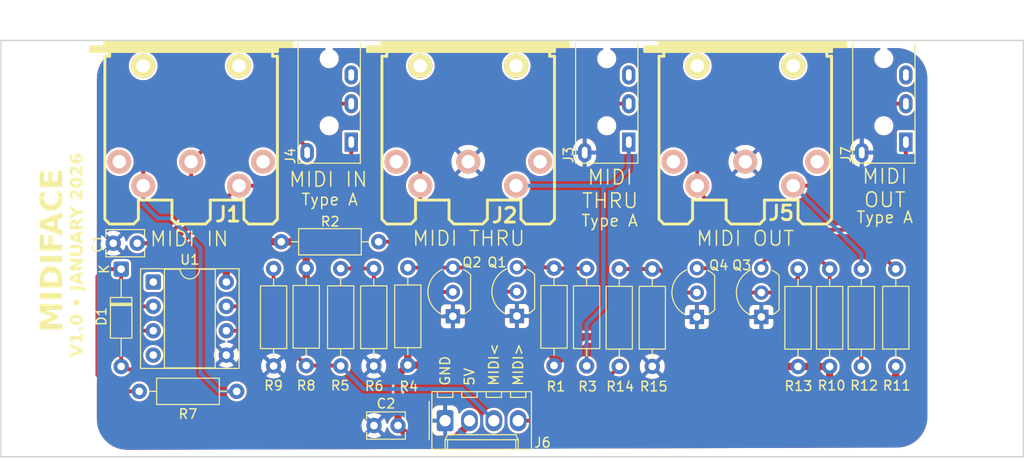
<source format=kicad_pcb>
(kicad_pcb (version 20241229) (generator "pcbnew") (generator_version "9.0")
  (layers (0 "F.Cu" signal) (2 "B.Cu" signal) (13 "F.Paste" user) (15 "B.Paste" user) (5 "F.SilkS" user "F.Silkscreen") (7 "B.SilkS" user "B.Silkscreen") (1 "F.Mask" user) (3 "B.Mask" user) (25 "Edge.Cuts" user))
  (net 0 "")
  (net 1 "GNDREF")
  (net 2 "Net-(C1-Pad2)")
  (net 3 "Net-(U1-C2)")
  (net 4 "Net-(U1-C1)")
  (net 8 "VCC")
  (net 10 "Net-(J1-Pad4)")
  (net 13 "Net-(J2-Pad4)")
  (net 15 "Net-(J2-Pad5)")
  (net 17 "Net-(J6-Pin_4)")
  (net 18 "Net-(J5-Pad5)")
  (net 19 "Net-(J6-Pin_3)")
  (net 20 "Net-(J5-Pad4)")
  (net 22 "Net-(Q1-C)")
  (net 23 "Net-(Q1-B)")
  (net 24 "Net-(Q2-B)")
  (net 25 "Net-(Q3-B)")
  (net 26 "Net-(Q3-C)")
  (net 27 "Net-(Q4-B)")
  (net 28 "Net-(U1-VO1)")
  (footprint "Resistor_THT:R_Axial_DIN0207_L6.3mm_D2.5mm_P10.16mm_Horizontal" (layer "F.Cu") (at 133.911 130.521 -90)
    (property "Reference" "R1" (at 12.35 -0.2 180) (layer "F.SilkS"))
    (property "Value" "1K")
    (pad "1" thru_hole circle (at 0 0 270) (size 1.6 1.6) (drill 0.8) (layers "*.Cu" "*.Mask") (net 22 "Net-(Q1-C)"))
    (pad "2" thru_hole circle (at 10.16 0 270) (size 1.6 1.6) (drill 0.8) (layers "*.Cu" "*.Mask") (net 8 "VCC"))
  )
  (footprint "Capacitor_THT:C_Disc_D3.8mm_W2.6mm_P2.50mm" (layer "F.Cu") (at 87.936 127.921)
    (property "Reference" "C1" (at -1.65 0.025 90) (layer "F.SilkS"))
    (property "Value" "100nF")
    (pad "1" thru_hole circle (at 0 0) (size 1.6 1.6) (drill 0.8) (layers "*.Cu" "*.Mask") (net 1 "GNDREF"))
    (pad "2" thru_hole circle (at 2.5 0) (size 1.6 1.6) (drill 0.8) (layers "*.Cu" "*.Mask") (net 2 "Net-(C1-Pad2)"))
  )
  (footprint "Capacitor_THT:C_Disc_D3.8mm_W2.6mm_P2.50mm" (layer "F.Cu") (at 115.136 146.939)
    (property "Reference" "C2" (at 1.25 -2.286 0) (layer "F.SilkS"))
    (property "Value" "100nF")
    (pad "1" thru_hole circle (at 0 0) (size 1.6 1.6) (drill 0.8) (layers "*.Cu" "*.Mask") (net 1 "GNDREF"))
    (pad "2" thru_hole circle (at 2.5 0) (size 1.6 1.6) (drill 0.8) (layers "*.Cu" "*.Mask") (net 8 "VCC"))
  )
  (footprint "Diode_THT:D_DO-35_SOD27_P10.16mm_Horizontal" (layer "F.Cu") (at 88.761 130.621 -90)
    (property "Reference" "D1" (at 4.95 2.05 90) (layer "F.SilkS"))
    (property "Value" "1N4148")
    (fp_text user "K" (at 0 1.766 270) (layer "F.SilkS"))
    (pad "1" thru_hole roundrect (at 0 0 270) (size 1.6 1.6) (drill 0.8) (layers "*.Cu" "*.Mask") (roundrect_rratio 0.15625) (net 4 "Net-(U1-C1)"))
    (pad "2" thru_hole circle (at 10.16 0 270) (size 1.6 1.6) (drill 0.8) (layers "*.Cu" "*.Mask") (net 3 "Net-(U1-C2)"))
  )
  (footprint "footprints:DIN5" (layer "F.Cu") (at 96.061 116.421 180)
    (property "Reference" "J1" (at -3.85 -8.5 0) (layer "F.SilkS") (effects (font (size 1.524 1.524) (thickness 0.3048))))
    (property "Value" "PSG03463" (hide yes))
    (pad "" np_thru_hole circle (at -5.00126 6.9977 180) (size 2.49936 2.49936) (drill 1.397) (layers "*.Cu" "*.Mask" "F.SilkS"))
    (pad "" np_thru_hole circle (at 5.00126 6.9977 180) (size 2.49936 2.49936) (drill 1.397) (layers "*.Cu" "*.Mask" "F.SilkS"))
    (pad "1" thru_hole circle (at 7.49808 -2.9972 180) (size 2.49936 2.49936) (drill 1.397) (layers "*.Cu" "*.SilkS" "*.Mask"))
    (pad "2" thru_hole circle (at 0 -2.99974 180) (size 2.49936 2.49936) (drill 1.397) (layers "*.Cu" "*.SilkS" "*.Mask") (net 2 "Net-(C1-Pad2)"))
    (pad "3" thru_hole circle (at -7.49808 -2.9972 180) (size 2.49936 2.49936) (drill 1.397) (layers "*.Cu" "*.SilkS" "*.Mask"))
    (pad "4" thru_hole circle (at 4.99618 -5.4991 180) (size 2.49936 2.49936) (drill 1.397) (layers "*.Cu" "*.SilkS" "*.Mask") (net 10 "Net-(J1-Pad4)"))
    (pad "5" thru_hole circle (at -4.99618 -5.4991 180) (size 2.49936 2.49936) (drill 1.397) (layers "*.Cu" "*.SilkS" "*.Mask") (net 3 "Net-(U1-C2)"))
  )
  (footprint "footprints:PJ320A" (layer "F.Cu") (at 136.661 117.371)
    (property "Reference" "J3" (at -1.25 1.35 90) (layer "F.SilkS"))
    (property "Value" "AudioJack4")
    (pad "" np_thru_hole circle (at 2.75 -8.7 270) (size 1.5 1.5) (drill 1.5) (layers "*.Cu" "*.Mask"))
    (pad "" np_thru_hole circle (at 2.75 -1.7 270) (size 1.5 1.5) (drill 1.5) (layers "*.Cu" "*.Mask"))
    (pad "R1" thru_hole oval (at 5.05 -4 270) (size 2 1.4) (drill oval 1.2 0.6) (layers "*.Cu" "*.Mask") (net 13 "Net-(J2-Pad4)"))
    (pad "R2" thru_hole oval (at 5.05 -7 270) (size 2 1.4) (drill oval 1.2 0.6) (layers "*.Cu" "*.Mask"))
    (pad "S" thru_hole oval (at 0.45 1.1 270) (size 2 1.4) (drill oval 1.2 0.6) (layers "*.Cu" "*.Mask") (net 1 "GNDREF"))
    (pad "T" thru_hole rect (at 5.05 0 270) (size 2 1.4) (drill oval 1.2 0.6) (layers "*.Cu" "*.Mask") (net 15 "Net-(J2-Pad5)"))
  )
  (footprint "footprints:PJ320A" (layer "F.Cu") (at 107.711 117.371)
    (property "Reference" "J4" (at -1.3 1.45 90) (layer "F.SilkS"))
    (property "Value" "AudioJack4")
    (pad "" np_thru_hole circle (at 2.75 -8.7 270) (size 1.5 1.5) (drill 1.5) (layers "*.Cu" "*.Mask"))
    (pad "" np_thru_hole circle (at 2.75 -1.7 270) (size 1.5 1.5) (drill 1.5) (layers "*.Cu" "*.Mask"))
    (pad "R1" thru_hole oval (at 5.05 -4 270) (size 2 1.4) (drill oval 1.2 0.6) (layers "*.Cu" "*.Mask") (net 10 "Net-(J1-Pad4)"))
    (pad "R2" thru_hole oval (at 5.05 -7 270) (size 2 1.4) (drill oval 1.2 0.6) (layers "*.Cu" "*.Mask"))
    (pad "S" thru_hole oval (at 0.45 1.1 270) (size 2 1.4) (drill oval 1.2 0.6) (layers "*.Cu" "*.Mask") (net 2 "Net-(C1-Pad2)"))
    (pad "T" thru_hole rect (at 5.05 0 270) (size 2 1.4) (drill oval 1.2 0.6) (layers "*.Cu" "*.Mask") (net 3 "Net-(U1-C2)"))
  )
  (footprint "footprints:DIN5" (layer "F.Cu") (at 153.861 116.421 180)
    (property "Reference" "J5" (at -3.75 -8.35 0) (layer "F.SilkS") (effects (font (size 1.524 1.524) (thickness 0.3048))))
    (property "Value" "PSG03463" (hide yes))
    (pad "" np_thru_hole circle (at -5.00126 6.9977 180) (size 2.49936 2.49936) (drill 1.397) (layers "*.Cu" "*.Mask" "F.SilkS"))
    (pad "" np_thru_hole circle (at 5.00126 6.9977 180) (size 2.49936 2.49936) (drill 1.397) (layers "*.Cu" "*.Mask" "F.SilkS"))
    (pad "1" thru_hole circle (at 7.49808 -2.9972 180) (size 2.49936 2.49936) (drill 1.397) (layers "*.Cu" "*.SilkS" "*.Mask"))
    (pad "2" thru_hole circle (at 0 -2.99974 180) (size 2.49936 2.49936) (drill 1.397) (layers "*.Cu" "*.SilkS" "*.Mask") (net 1 "GNDREF"))
    (pad "3" thru_hole circle (at -7.49808 -2.9972 180) (size 2.49936 2.49936) (drill 1.397) (layers "*.Cu" "*.SilkS" "*.Mask"))
    (pad "4" thru_hole circle (at 4.99618 -5.4991 180) (size 2.49936 2.49936) (drill 1.397) (layers "*.Cu" "*.SilkS" "*.Mask") (net 20 "Net-(J5-Pad4)"))
    (pad "5" thru_hole circle (at -4.99618 -5.4991 180) (size 2.49936 2.49936) (drill 1.397) (layers "*.Cu" "*.SilkS" "*.Mask") (net 18 "Net-(J5-Pad5)"))
  )
  (footprint "footprints:PJ320A" (layer "F.Cu") (at 165.561 117.371)
    (property "Reference" "J7" (at -1.2 1.3 90) (layer "F.SilkS"))
    (property "Value" "AudioJack4")
    (pad "" np_thru_hole circle (at 2.75 -8.7 270) (size 1.5 1.5) (drill 1.5) (layers "*.Cu" "*.Mask"))
    (pad "" np_thru_hole circle (at 2.75 -1.7 270) (size 1.5 1.5) (drill 1.5) (layers "*.Cu" "*.Mask"))
    (pad "R1" thru_hole oval (at 5.05 -4 270) (size 2 1.4) (drill oval 1.2 0.6) (layers "*.Cu" "*.Mask") (net 20 "Net-(J5-Pad4)"))
    (pad "R2" thru_hole oval (at 5.05 -7 270) (size 2 1.4) (drill oval 1.2 0.6) (layers "*.Cu" "*.Mask"))
    (pad "S" thru_hole oval (at 0.45 1.1 270) (size 2 1.4) (drill oval 1.2 0.6) (layers "*.Cu" "*.Mask") (net 1 "GNDREF"))
    (pad "T" thru_hole rect (at 5.05 0 270) (size 2 1.4) (drill oval 1.2 0.6) (layers "*.Cu" "*.Mask") (net 18 "Net-(J5-Pad5)"))
  )
  (footprint "Package_TO_SOT_THT:TO-92_Inline_Wide" (layer "F.Cu") (at 130.036 135.511 90)
    (property "Reference" "Q1" (at 5.59 -2.075 180) (layer "F.SilkS"))
    (property "Value" "2N3904")
    (pad "1" thru_hole rect (at 0 0 90) (size 1.5 1.5) (drill 0.8) (layers "*.Cu" "*.Mask") (net 1 "GNDREF"))
    (pad "2" thru_hole circle (at 2.54 0 90) (size 1.5 1.5) (drill 0.8) (layers "*.Cu" "*.Mask") (net 23 "Net-(Q1-B)"))
    (pad "3" thru_hole circle (at 5.08 0 90) (size 1.5 1.5) (drill 0.8) (layers "*.Cu" "*.Mask") (net 22 "Net-(Q1-C)"))
  )
  (footprint "Package_TO_SOT_THT:TO-92_Inline_Wide" (layer "F.Cu") (at 155.536 135.611 90)
    (property "Reference" "Q3" (at 5.39 -2.05 180) (layer "F.SilkS"))
    (property "Value" "2N3904")
    (pad "1" thru_hole rect (at 0 0 90) (size 1.5 1.5) (drill 0.8) (layers "*.Cu" "*.Mask") (net 1 "GNDREF"))
    (pad "2" thru_hole circle (at 2.54 0 90) (size 1.5 1.5) (drill 0.8) (layers "*.Cu" "*.Mask") (net 25 "Net-(Q3-B)"))
    (pad "3" thru_hole circle (at 5.08 0 90) (size 1.5 1.5) (drill 0.8) (layers "*.Cu" "*.Mask") (net 26 "Net-(Q3-C)"))
  )
  (footprint "Package_TO_SOT_THT:TO-92_Inline_Wide" (layer "F.Cu") (at 148.811 135.611 90)
    (property "Reference" "Q4" (at 5.39 2.275 180) (layer "F.SilkS"))
    (property "Value" "2N3904")
    (pad "1" thru_hole rect (at 0 0 90) (size 1.5 1.5) (drill 0.8) (layers "*.Cu" "*.Mask") (net 1 "GNDREF"))
    (pad "2" thru_hole circle (at 2.54 0 90) (size 1.5 1.5) (drill 0.8) (layers "*.Cu" "*.Mask") (net 27 "Net-(Q4-B)"))
    (pad "3" thru_hole circle (at 5.08 0 90) (size 1.5 1.5) (drill 0.8) (layers "*.Cu" "*.Mask") (net 25 "Net-(Q3-B)"))
  )
  (footprint "Resistor_THT:R_Axial_DIN0207_L6.3mm_D2.5mm_P10.16mm_Horizontal" (layer "F.Cu") (at 105.461 127.771)
    (property "Reference" "R2" (at 5.1 -2.1 0) (layer "F.SilkS"))
    (property "Value" "220r")
    (pad "1" thru_hole circle (at 0 0) (size 1.6 1.6) (drill 0.8) (layers "*.Cu" "*.Mask") (net 8 "VCC"))
    (pad "2" thru_hole circle (at 10.16 0) (size 1.6 1.6) (drill 0.8) (layers "*.Cu" "*.Mask") (net 13 "Net-(J2-Pad4)"))
  )
  (footprint "Resistor_THT:R_Axial_DIN0207_L6.3mm_D2.5mm_P10.16mm_Horizontal" (layer "F.Cu") (at 137.311 140.721 90)
    (property "Reference" "R3" (at -2.15 0.1 180) (layer "F.SilkS"))
    (property "Value" "220r")
    (pad "1" thru_hole circle (at 0 0 90) (size 1.6 1.6) (drill 0.8) (layers "*.Cu" "*.Mask") (net 15 "Net-(J2-Pad5)"))
    (pad "2" thru_hole circle (at 10.16 0 90) (size 1.6 1.6) (drill 0.8) (layers "*.Cu" "*.Mask") (net 22 "Net-(Q1-C)"))
  )
  (footprint "Resistor_THT:R_Axial_DIN0207_L6.3mm_D2.5mm_P10.16mm_Horizontal" (layer "F.Cu") (at 118.661 130.471 -90)
    (property "Reference" "R4" (at 12.4 -0.1 0) (layer "F.SilkS"))
    (property "Value" "4K7")
    (pad "1" thru_hole circle (at 0 0 270) (size 1.6 1.6) (drill 0.8) (layers "*.Cu" "*.Mask") (net 23 "Net-(Q1-B)"))
    (pad "2" thru_hole circle (at 10.16 0 270) (size 1.6 1.6) (drill 0.8) (layers "*.Cu" "*.Mask") (net 8 "VCC"))
  )
  (footprint "Resistor_THT:R_Axial_DIN0207_L6.3mm_D2.5mm_P10.16mm_Horizontal" (layer "F.Cu") (at 111.661 140.721 90)
    (property "Reference" "R5" (at -2.05 -0.05 180) (layer "F.SilkS"))
    (property "Value" "4K7")
    (pad "1" thru_hole circle (at 0 0 90) (size 1.6 1.6) (drill 0.8) (layers "*.Cu" "*.Mask") (net 19 "Net-(J6-Pin_3)"))
    (pad "2" thru_hole circle (at 10.16 0 90) (size 1.6 1.6) (drill 0.8) (layers "*.Cu" "*.Mask") (net 24 "Net-(Q2-B)"))
  )
  (footprint "Resistor_THT:R_Axial_DIN0207_L6.3mm_D2.5mm_P10.16mm_Horizontal" (layer "F.Cu") (at 115.111 140.721 90)
    (property "Reference" "R6" (at -2.1 0.05 180) (layer "F.SilkS"))
    (property "Value" "100K")
    (pad "1" thru_hole circle (at 0 0 90) (size 1.6 1.6) (drill 0.8) (layers "*.Cu" "*.Mask") (net 1 "GNDREF"))
    (pad "2" thru_hole circle (at 10.16 0 90) (size 1.6 1.6) (drill 0.8) (layers "*.Cu" "*.Mask") (net 24 "Net-(Q2-B)"))
  )
  (footprint "Resistor_THT:R_Axial_DIN0207_L6.3mm_D2.5mm_P10.16mm_Horizontal" (layer "F.Cu") (at 100.811 143.371 180)
    (property "Reference" "R7" (at 5.08 -2.37 0) (layer "F.SilkS"))
    (property "Value" "220r")
    (pad "1" thru_hole circle (at 0 0 180) (size 1.6 1.6) (drill 0.8) (layers "*.Cu" "*.Mask") (net 10 "Net-(J1-Pad4)"))
    (pad "2" thru_hole circle (at 10.16 0 180) (size 1.6 1.6) (drill 0.8) (layers "*.Cu" "*.Mask") (net 4 "Net-(U1-C1)"))
  )
  (footprint "Resistor_THT:R_Axial_DIN0207_L6.3mm_D2.5mm_P10.16mm_Horizontal" (layer "F.Cu") (at 108.061 130.521 -90)
    (property "Reference" "R8" (at 12.25 0 180) (layer "F.SilkS"))
    (property "Value" "220r")
    (pad "1" thru_hole circle (at 0 0 270) (size 1.6 1.6) (drill 0.8) (layers "*.Cu" "*.Mask") (net 8 "VCC"))
    (pad "2" thru_hole circle (at 10.16 0 270) (size 1.6 1.6) (drill 0.8) (layers "*.Cu" "*.Mask") (net 19 "Net-(J6-Pin_3)"))
  )
  (footprint "Resistor_THT:R_Axial_DIN0207_L6.3mm_D2.5mm_P10.16mm_Horizontal" (layer "F.Cu") (at 104.661 140.721 90)
    (property "Reference" "R9" (at -2.05 0 180) (layer "F.SilkS"))
    (property "Value" "4K7")
    (pad "1" thru_hole circle (at 0 0 90) (size 1.6 1.6) (drill 0.8) (layers "*.Cu" "*.Mask") (net 1 "GNDREF"))
    (pad "2" thru_hole circle (at 10.16 0 90) (size 1.6 1.6) (drill 0.8) (layers "*.Cu" "*.Mask") (net 28 "Net-(U1-VO1)"))
  )
  (footprint "Resistor_THT:R_Axial_DIN0207_L6.3mm_D2.5mm_P10.16mm_Horizontal" (layer "F.Cu") (at 162.661 130.621 -90)
    (property "Reference" "R10" (at 12.15 -0.2 180) (layer "F.SilkS"))
    (property "Value" "1K")
    (pad "1" thru_hole circle (at 0 0 270) (size 1.6 1.6) (drill 0.8) (layers "*.Cu" "*.Mask") (net 26 "Net-(Q3-C)"))
    (pad "2" thru_hole circle (at 10.16 0 270) (size 1.6 1.6) (drill 0.8) (layers "*.Cu" "*.Mask") (net 8 "VCC"))
  )
  (footprint "Resistor_THT:R_Axial_DIN0207_L6.3mm_D2.5mm_P10.16mm_Horizontal" (layer "F.Cu") (at 169.561 140.771 90)
    (property "Reference" "R11" (at -2 0.1 180) (layer "F.SilkS"))
    (property "Value" "220r")
    (pad "1" thru_hole circle (at 0 0 90) (size 1.6 1.6) (drill 0.8) (layers "*.Cu" "*.Mask") (net 8 "VCC"))
    (pad "2" thru_hole circle (at 10.16 0 90) (size 1.6 1.6) (drill 0.8) (layers "*.Cu" "*.Mask") (net 20 "Net-(J5-Pad4)"))
  )
  (footprint "Resistor_THT:R_Axial_DIN0207_L6.3mm_D2.5mm_P10.16mm_Horizontal" (layer "F.Cu") (at 165.961 130.621 -90)
    (property "Reference" "R12" (at 12.15 -0.3 180) (layer "F.SilkS"))
    (property "Value" "220r")
    (pad "1" thru_hole circle (at 0 0 270) (size 1.6 1.6) (drill 0.8) (layers "*.Cu" "*.Mask") (net 18 "Net-(J5-Pad5)"))
    (pad "2" thru_hole circle (at 10.16 0 270) (size 1.6 1.6) (drill 0.8) (layers "*.Cu" "*.Mask") (net 26 "Net-(Q3-C)"))
  )
  (footprint "Resistor_THT:R_Axial_DIN0207_L6.3mm_D2.5mm_P10.16mm_Horizontal" (layer "F.Cu") (at 159.361 130.621 -90)
    (property "Reference" "R13" (at 12.2 -0.05 180) (layer "F.SilkS"))
    (property "Value" "4K7")
    (pad "1" thru_hole circle (at 0 0 270) (size 1.6 1.6) (drill 0.8) (layers "*.Cu" "*.Mask") (net 25 "Net-(Q3-B)"))
    (pad "2" thru_hole circle (at 10.16 0 270) (size 1.6 1.6) (drill 0.8) (layers "*.Cu" "*.Mask") (net 8 "VCC"))
  )
  (footprint "Resistor_THT:R_Axial_DIN0207_L6.3mm_D2.5mm_P10.16mm_Horizontal" (layer "F.Cu") (at 140.711 140.771 90)
    (property "Reference" "R14" (at -2.1 0.1 180) (layer "F.SilkS"))
    (property "Value" "4K7")
    (pad "1" thru_hole circle (at 0 0 90) (size 1.6 1.6) (drill 0.8) (layers "*.Cu" "*.Mask") (net 17 "Net-(J6-Pin_4)"))
    (pad "2" thru_hole circle (at 10.16 0 90) (size 1.6 1.6) (drill 0.8) (layers "*.Cu" "*.Mask") (net 27 "Net-(Q4-B)"))
  )
  (footprint "Resistor_THT:R_Axial_DIN0207_L6.3mm_D2.5mm_P10.16mm_Horizontal" (layer "F.Cu") (at 144.161 140.771 90)
    (property "Reference" "R15" (at -2.1 0.15 180) (layer "F.SilkS"))
    (property "Value" "100K")
    (pad "1" thru_hole circle (at 0 0 90) (size 1.6 1.6) (drill 0.8) (layers "*.Cu" "*.Mask") (net 1 "GNDREF"))
    (pad "2" thru_hole circle (at 10.16 0 90) (size 1.6 1.6) (drill 0.8) (layers "*.Cu" "*.Mask") (net 27 "Net-(Q4-B)"))
  )
  (footprint "Package_DIP:DIP-8_W7.62mm_Socket" (layer "F.Cu") (at 92.111 131.971)
    (property "Reference" "U1" (at 3.81 -2.33 0) (layer "F.SilkS"))
    (property "Value" "6N138")
    (pad "1" thru_hole roundrect (at 0 0) (size 1.6 1.6) (drill 0.8) (layers "*.Cu" "*.Mask") (roundrect_rratio 0.15625))
    (pad "2" thru_hole circle (at 0 2.54) (size 1.6 1.6) (drill 0.8) (layers "*.Cu" "*.Mask") (net 4 "Net-(U1-C1)"))
    (pad "3" thru_hole circle (at 0 5.08) (size 1.6 1.6) (drill 0.8) (layers "*.Cu" "*.Mask") (net 3 "Net-(U1-C2)"))
    (pad "4" thru_hole circle (at 0 7.62) (size 1.6 1.6) (drill 0.8) (layers "*.Cu" "*.Mask"))
    (pad "5" thru_hole circle (at 7.62 7.62) (size 1.6 1.6) (drill 0.8) (layers "*.Cu" "*.Mask") (net 1 "GNDREF"))
    (pad "6" thru_hole circle (at 7.62 5.08) (size 1.6 1.6) (drill 0.8) (layers "*.Cu" "*.Mask") (net 19 "Net-(J6-Pin_3)"))
    (pad "7" thru_hole circle (at 7.62 2.54) (size 1.6 1.6) (drill 0.8) (layers "*.Cu" "*.Mask") (net 28 "Net-(U1-VO1)"))
    (pad "8" thru_hole circle (at 7.62 0) (size 1.6 1.6) (drill 0.8) (layers "*.Cu" "*.Mask") (net 8 "VCC"))
  )
  (footprint "footprints:DIN5" (layer "F.Cu") (at 124.961 116.421 180)
    (property "Reference" "J2" (at -3.8 -8.6 0) (layer "F.SilkS") (effects (font (size 1.524 1.524) (thickness 0.3048))))
    (property "Value" "PSG03463" (hide yes))
    (pad "" np_thru_hole circle (at -5.00126 6.9977 180) (size 2.49936 2.49936) (drill 1.397) (layers "*.Cu" "*.Mask" "F.SilkS"))
    (pad "" np_thru_hole circle (at 5.00126 6.9977 180) (size 2.49936 2.49936) (drill 1.397) (layers "*.Cu" "*.Mask" "F.SilkS"))
    (pad "1" thru_hole circle (at 7.49808 -2.9972 180) (size 2.49936 2.49936) (drill 1.397) (layers "*.Cu" "*.SilkS" "*.Mask"))
    (pad "2" thru_hole circle (at 0 -2.99974 180) (size 2.49936 2.49936) (drill 1.397) (layers "*.Cu" "*.SilkS" "*.Mask") (net 1 "GNDREF"))
    (pad "3" thru_hole circle (at -7.49808 -2.9972 180) (size 2.49936 2.49936) (drill 1.397) (layers "*.Cu" "*.SilkS" "*.Mask"))
    (pad "4" thru_hole circle (at 4.99618 -5.4991 180) (size 2.49936 2.49936) (drill 1.397) (layers "*.Cu" "*.SilkS" "*.Mask") (net 13 "Net-(J2-Pad4)"))
    (pad "5" thru_hole circle (at -4.99618 -5.4991 180) (size 2.49936 2.49936) (drill 1.397) (layers "*.Cu" "*.SilkS" "*.Mask") (net 15 "Net-(J2-Pad5)"))
  )
  (footprint "Connector_Molex:Molex_KK-254_AE-6410-04A_1x04_P2.54mm_Vertical" (layer "F.Cu") (at 122.555 146.431)
    (property "Reference" "J6" (at 10.16 2.286 0) (layer "F.SilkS"))
    (property "Value" "Conn_01x04")
    (pad "1" thru_hole roundrect (at 0 0) (size 1.74 2.19) (drill 1.19) (layers "*.Cu" "*.Mask") (roundrect_rratio 0.143678) (net 1 "GNDREF"))
    (pad "2" thru_hole oval (at 2.54 0) (size 1.74 2.19) (drill 1.19) (layers "*.Cu" "*.Mask") (net 8 "VCC"))
    (pad "3" thru_hole oval (at 5.08 0) (size 1.74 2.19) (drill 1.19) (layers "*.Cu" "*.Mask") (net 19 "Net-(J6-Pin_3)"))
    (pad "4" thru_hole oval (at 7.62 0) (size 1.74 2.19) (drill 1.19) (layers "*.Cu" "*.Mask") (net 17 "Net-(J6-Pin_4)"))
  )
  (footprint "Package_TO_SOT_THT:TO-92_Inline_Wide" (layer "F.Cu") (at 123.361 135.546 90)
    (property "Reference" "Q2" (at 5.625 1.988 180) (layer "F.SilkS"))
    (property "Value" "2N3904")
    (pad "1" thru_hole rect (at 0 0 90) (size 1.5 1.5) (drill 0.8) (layers "*.Cu" "*.Mask") (net 1 "GNDREF"))
    (pad "2" thru_hole circle (at 2.54 0 90) (size 1.5 1.5) (drill 0.8) (layers "*.Cu" "*.Mask") (net 24 "Net-(Q2-B)"))
    (pad "3" thru_hole circle (at 5.08 0 90) (size 1.5 1.5) (drill 0.8) (layers "*.Cu" "*.Mask") (net 23 "Net-(Q1-B)"))
  )
  (footprint "MountingHole:MountingHole_3.5mm" (layer "F.Cu") (at 177.8 111.76)
    (property "Reference" "H1" (hide yes))
    (property "Value" "MountingHole")
    (pad "" np_thru_hole circle (at 0 0) (size 3.5 3.5) (drill 3.5) (layers "*.Cu" "*.Mask"))
  )
  (footprint "MountingHole:MountingHole_3.5mm" (layer "F.Cu") (at 177.8 146.05)
    (property "Reference" "H2" (hide yes))
    (property "Value" "MountingHole")
    (pad "" np_thru_hole circle (at 0 0) (size 3.5 3.5) (drill 3.5) (layers "*.Cu" "*.Mask"))
  )
  (footprint "MountingHole:MountingHole_3.5mm" (layer "F.Cu") (at 81.28 111.76)
    (property "Reference" "H4" (hide yes))
    (property "Value" "MountingHole")
    (pad "" np_thru_hole circle (at 0 0) (size 3.5 3.5) (drill 3.5) (layers "*.Cu" "*.Mask"))
  )
  (footprint "MountingHole:MountingHole_3.5mm" (layer "F.Cu") (at 81.28 146.05)
    (property "Reference" "H3" (hide yes))
    (property "Value" "MountingHole")
    (pad "" np_thru_hole circle (at 0 0) (size 3.5 3.5) (drill 3.5) (layers "*.Cu" "*.Mask"))
  )
  (gr_line (start 182.88 150.2) (end 76.2 150.2) (stroke (width 0.15)) (layer "Edge.Cuts"))
  (gr_line (start 76.2 106.771) (end 182.88 106.771) (stroke (width 0.15)) (layer "Edge.Cuts"))
  (gr_line (start 182.88 106.771) (end 182.88 150.2) (stroke (width 0.15)) (layer "Edge.Cuts"))
  (gr_line (start 76.2 150.2) (end 76.2 106.771) (stroke (width 0.15)) (layer "Edge.Cuts"))
  (gr_text "MIDI IN" (at 95.861 127.471 0) (layer "F.SilkS") (effects (font (size 1.524 1.524))))
  (gr_text "MIDI IN" (at 110.361 121.271 0) (layer "F.SilkS") (effects (font (size 1.524 1.524))))
  (gr_text "Type A" (at 110.511 123.371 0) (layer "F.SilkS") (effects (font (size 1.2 1.2))))
  (gr_text "MIDI THRU" (at 125.011 127.421 0) (layer "F.SilkS") (effects (font (size 1.524 1.524))))
  (gr_text " MIDI \nTHRU" (at 139.761 122.271 0) (layer "F.SilkS") (effects (font (size 1.524 1.524))))
  (gr_text "Type A" (at 139.711 125.571 0) (layer "F.SilkS") (effects (font (size 1.2 1.2))))
  (gr_text "MIDI OUT" (at 153.861 127.421 0) (layer "F.SilkS") (effects (font (size 1.524 1.524))))
  (gr_text " MIDI \nOUT" (at 168.411 122.171 0) (layer "F.SilkS") (effects (font (size 1.524 1.524))))
  (gr_text "Type A" (at 168.411 125.221 0) (layer "F.SilkS") (effects (font (size 1.2 1.2))))
  (gr_text "MIDI>" (at 130.175 142.875 90) (layer "F.SilkS") (effects (font (size 1.016 1.016)) (justify left)))
  (gr_text "GND" (at 122.555 142.875 90) (layer "F.SilkS") (effects (font (size 1.016 1.016)) (justify left)))
  (gr_text "5V" (at 125.095 142.875 90) (layer "F.SilkS") (effects (font (size 1.016 1.016)) (justify left)))
  (gr_text "MIDI<" (at 127.635 142.875 90) (layer "F.SilkS") (effects (font (size 1.016 1.016)) (justify left)))
  (gr_text "MIDIFACE	" (at 81.661 128.651 90) (layer "F.SilkS") (effects (font (size 2.286 2.286) (thickness 0.3) (bold yes))))
  (gr_text "V1.0 • JANUARY 2026" (at 84.201 129.159 90) (layer "F.SilkS") (effects (font (size 1.27 1.27) (thickness 0.3) (bold yes))))
  (segment (start 90.436 127.921) (end 92.861 127.921) (width 0.4064) (layer "F.Cu") (net 2))
  (segment (start 106.411 116.221) (end 99.26074 116.221) (width 0.4064) (layer "F.Cu") (net 2))
  (segment (start 96.061 124.721) (end 96.061 119.42074) (width 0.4064) (layer "F.Cu") (net 2))
  (segment (start 108.161 118.471) (end 108.161 117.971) (width 0.4064) (layer "F.Cu") (net 2))
  (segment (start 108.161 117.971) (end 106.411 116.221) (width 0.4064) (layer "F.Cu") (net 2))
  (segment (start 92.861 127.921) (end 96.061 124.721) (width 0.4064) (layer "F.Cu") (net 2))
  (segment (start 99.26074 116.221) (end 96.061 119.42074) (width 0.4064) (layer "F.Cu") (net 2))
  (segment (start 92.111 137.051) (end 89.881 137.051) (width 0.4064) (layer "F.Cu") (net 3))
  (segment (start 95.286 139.921) (end 95.286 127.69128) (width 0.4064) (layer "F.Cu") (net 3))
  (segment (start 101.05718 121.9201) (end 111.1369 121.9201) (width 0.4064) (layer "F.Cu") (net 3))
  (segment (start 88.936 141.071) (end 94.136 141.071) (width 0.4064) (layer "F.Cu") (net 3))
  (segment (start 94.136 141.071) (end 95.286 139.921) (width 0.4064) (layer "F.Cu") (net 3))
  (segment (start 95.286 127.69128) (end 101.05718 121.9201) (width 0.4064) (layer "F.Cu") (net 3))
  (segment (start 112.761 120.296) (end 112.761 117.371) (width 0.4064) (layer "F.Cu") (net 3))
  (segment (start 88.761 140.896) (end 88.936 141.071) (width 0.4064) (layer "F.Cu") (net 3))
  (segment (start 88.761 140.781) (end 88.761 140.896) (width 0.4064) (layer "F.Cu") (net 3))
  (segment (start 89.881 137.051) (end 88.761 138.171) (width 0.4064) (layer "F.Cu") (net 3))
  (segment (start 88.761 138.171) (end 88.761 140.781) (width 0.4064) (layer "F.Cu") (net 3))
  (segment (start 111.1369 121.9201) (end 112.761 120.296) (width 0.4064) (layer "F.Cu") (net 3))
  (segment (start 86.286 141.646) (end 86.286 131.396) (width 0.4064) (layer "F.Cu") (net 4))
  (segment (start 90.251 134.511) (end 92.111 134.511) (width 0.4064) (layer "F.Cu") (net 4))
  (segment (start 88.761 130.621) (end 88.761 133.021) (width 0.4064) (layer "F.Cu") (net 4))
  (segment (start 88.011 143.371) (end 86.286 141.646) (width 0.4064) (layer "F.Cu") (net 4))
  (segment (start 88.761 133.021) (end 90.251 134.511) (width 0.4064) (layer "F.Cu") (net 4))
  (segment (start 87.061 130.621) (end 88.761 130.621) (width 0.4064) (layer "F.Cu") (net 4))
  (segment (start 86.286 131.396) (end 87.061 130.621) (width 0.4064) (layer "F.Cu") (net 4))
  (segment (start 90.651 143.371) (end 88.011 143.371) (width 0.4064) (layer "F.Cu") (net 4))
  (segment (start 167.861 143.521) (end 169.561 141.821) (width 0.762) (layer "F.Cu") (net 8))
  (segment (start 145.861 137.671) (end 136.921 137.671) (width 0.762) (layer "F.Cu") (net 8))
  (segment (start 159.361 140.781) (end 156.821 140.781) (width 0.762) (layer "F.Cu") (net 8))
  (segment (start 118.661 137.796) (end 115.461 134.596) (width 0.762) (layer "F.Cu") (net 8))
  (segment (start 153.136 137.671) (end 145.861 137.671) (width 0.762) (layer "F.Cu") (net 8))
  (segment (start 169.561 141.821) (end 169.561 140.771) (width 0.762) (layer "F.Cu") (net 8))
  (segment (start 107.386 127.771) (end 105.461 127.771) (width 0.762) (layer "F.Cu") (net 8))
  (segment (start 110.586 134.596) (end 108.061 132.071) (width 0.762) (layer "F.Cu") (net 8))
  (segment (start 156.821 140.781) (end 153.711 137.671) (width 0.762) (layer "F.Cu") (net 8))
  (segment (start 117.636 141.656) (end 118.661 140.631) (width 0.762) (layer "F.Cu") (net 8))
  (segment (start 115.461 134.596) (end 110.586 134.596) (width 0.762) (layer "F.Cu") (net 8))
  (segment (start 121.126 140.631) (end 118.661 140.631) (width 0.762) (layer "F.Cu") (net 8))
  (segment (start 132.736 138.671) (end 123.086 138.671) (width 0.762) (layer "F.Cu") (net 8))
  (segment (start 133.911 140.681) (end 133.911 139.846) (width 0.762) (layer "F.Cu") (net 8))
  (segment (start 159.361 140.781) (end 162.661 140.781) (width 0.762) (layer "F.Cu") (net 8))
  (segment (start 117.636 141.656) (end 117.636 146.939) (width 0.762) (layer "F.Cu") (net 8))
  (segment (start 108.061 130.521) (end 108.061 128.446) (width 0.762) (layer "F.Cu") (net 8))
  (segment (start 162.661 140.781) (end 162.661 142.071) (width 0.762) (layer "F.Cu") (net 8))
  (segment (start 153.711 137.671) (end 145.861 137.671) (width 0.762) (layer "F.Cu") (net 8))
  (segment (start 123.479 148.371) (end 125.095 146.755) (width 0.762) (layer "F.Cu") (net 8))
  (segment (start 153.161 137.696) (end 153.136 137.671) (width 0.762) (layer "F.Cu") (net 8))
  (segment (start 105.461 127.771) (end 101.436 127.771) (width 0.762) (layer "F.Cu") (net 8))
  (segment (start 99.731 129.476) (end 99.731 131.971) (width 0.762) (layer "F.Cu") (net 8))
  (segment (start 117.636 147.008) (end 118.999 148.371) (width 0.762) (layer "F.Cu") (net 8))
  (segment (start 123.086 138.671) (end 121.126 140.631) (width 0.762) (layer "F.Cu") (net 8))
  (segment (start 162.661 142.071) (end 164.111 143.521) (width 0.762) (layer "F.Cu") (net 8))
  (segment (start 108.061 132.071) (end 108.061 130.521) (width 0.762) (layer "F.Cu") (net 8))
  (segment (start 133.911 139.846) (end 132.736 138.671) (width 0.762) (layer "F.Cu") (net 8))
  (segment (start 118.661 140.631) (end 118.661 137.796) (width 0.762) (layer "F.Cu") (net 8))
  (segment (start 136.921 137.671) (end 133.911 140.681) (width 0.762) (layer "F.Cu") (net 8))
  (segment (start 118.999 148.371) (end 123.479 148.371) (width 0.762) (layer "F.Cu") (net 8))
  (segment (start 125.095 146.755) (end 125.095 146.431) (width 0.762) (layer "F.Cu") (net 8))
  (segment (start 108.061 128.446) (end 107.386 127.771) (width 0.762) (layer "F.Cu") (net 8))
  (segment (start 164.111 143.521) (end 167.861 143.521) (width 0.762) (layer "F.Cu") (net 8))
  (segment (start 117.636 146.939) (end 117.636 147.008) (width 0.762) (layer "F.Cu") (net 8))
  (segment (start 101.436 127.771) (end 99.731 129.476) (width 0.762) (layer "F.Cu") (net 8))
  (segment (start 91.06482 119.14218) (end 96.836 113.371) (width 0.4064) (layer "F.Cu") (net 10))
  (segment (start 91.06482 121.9201) (end 91.06482 119.14218) (width 0.4064) (layer "F.Cu") (net 10))
  (segment (start 96.836 113.371) (end 112.761 113.371) (width 0.4064) (layer "F.Cu") (net 10))
  (segment (start 98.945 143.371) (end 100.811 143.371) (width 0.4064) (layer "B.Cu") (net 10))
  (segment (start 97.036 128.421) (end 97.036 141.486) (width 0.4064) (layer "B.Cu") (net 10))
  (segment (start 92.761 125.321) (end 93.936 125.321) (width 0.4064) (layer "B.Cu") (net 10))
  (segment (start 93.936 125.321) (end 97.036 128.421) (width 0.4064) (layer "B.Cu") (net 10))
  (segment (start 91.06482 123.83082) (end 92.555 125.321) (width 0.4064) (layer "B.Cu") (net 10))
  (segment (start 97.036 141.486) (end 98.933 143.383) (width 0.4064) (layer "B.Cu") (net 10))
  (segment (start 92.555 125.321) (end 92.761 125.321) (width 0.4064) (layer "B.Cu") (net 10))
  (segment (start 91.06482 121.9201) (end 91.06482 123.83082) (width 0.4064) (layer "B.Cu") (net 10))
  (segment (start 98.933 143.383) (end 98.945 143.371) (width 0.4064) (layer "B.Cu") (net 10))
  (segment (start 125.861 113.371) (end 119.96482 119.26718) (width 0.4064) (layer "F.Cu") (net 13))
  (segment (start 119.96482 124.66718) (end 119.96482 121.9201) (width 0.4064) (layer "F.Cu") (net 13))
  (segment (start 115.621 127.771) (end 116.861 127.771) (width 0.4064) (layer "F.Cu") (net 13))
  (segment (start 141.711 113.371) (end 125.861 113.371) (width 0.4064) (layer "F.Cu") (net 13))
  (segment (start 119.96482 119.26718) (end 119.96482 121.9201) (width 0.4064) (layer "F.Cu") (net 13))
  (segment (start 116.861 127.771) (end 119.96482 124.66718) (width 0.4064) (layer "F.Cu") (net 13))
  (segment (start 139.065 121.9201) (end 139.9539 121.9201) (width 0.4064) (layer "B.Cu") (net 15))
  (segment (start 137.311 140.721) (end 137.311 136.346) (width 0.4064) (layer "B.Cu") (net 15))
  (segment (start 129.95718 121.9201) (end 139.065 121.9201) (width 0.4064) (layer "B.Cu") (net 15))
  (segment (start 139.9539 121.9201) (end 141.711 120.163) (width 0.4064) (layer "B.Cu") (net 15))
  (segment (start 137.586 136.071) (end 139.065 134.592) (width 0.4064) (layer "B.Cu") (net 15))
  (segment (start 139.065 134.592) (end 139.065 121.9201) (width 0.4064) (layer "B.Cu") (net 15))
  (segment (start 137.311 136.346) (end 137.586 136.071) (width 0.4064) (layer "B.Cu") (net 15))
  (segment (start 141.711 120.163) (end 141.711 117.371) (width 0.4064) (layer "B.Cu") (net 15))
  (segment (start 130.175 146.431) (end 135.051 146.431) (width 0.4064) (layer "F.Cu") (net 17))
  (segment (start 135.051 146.431) (end 140.711 140.771) (width 0.4064) (layer "F.Cu") (net 17))
  (segment (start 158.85718 121.9201) (end 168.8119 121.9201) (width 0.4064) (layer "F.Cu") (net 18))
  (segment (start 168.8119 121.9201) (end 170.611 120.121) (width 0.4064) (layer "F.Cu") (net 18))
  (segment (start 170.611 120.121) (end 170.611 117.371) (width 0.4064) (layer "F.Cu") (net 18))
  (segment (start 165.961 129.02392) (end 158.85718 121.9201) (width 0.4064) (layer "B.Cu") (net 18))
  (segment (start 165.961 130.621) (end 165.961 129.02392) (width 0.4064) (layer "B.Cu") (net 18))
  (segment (start 104.431 137.051) (end 108.061 140.681) (width 0.4064) (layer "F.Cu") (net 19))
  (segment (start 111.621 140.681) (end 111.661 140.721) (width 0.4064) (layer "F.Cu") (net 19))
  (segment (start 108.061 140.681) (end 111.621 140.681) (width 0.4064) (layer "F.Cu") (net 19))
  (segment (start 99.731 137.051) (end 104.431 137.051) (width 0.4064) (layer "F.Cu") (net 19))
  (segment (start 120.523 143.129) (end 124.333 143.129) (width 0.4064) (layer "B.Cu") (net 19))
  (segment (start 111.661 140.721) (end 114.069 143.129) (width 0.4064) (layer "B.Cu") (net 19))
  (segment (start 114.069 143.129) (end 120.523 143.129) (width 0.4064) (layer "B.Cu") (net 19))
  (segment (start 124.333 143.129) (end 127.635 146.431) (width 0.4064) (layer "B.Cu") (net 19))
  (segment (start 148.86482 122.42482) (end 152.961 126.521) (width 0.4064) (layer "F.Cu") (net 20))
  (segment (start 154.711 113.371) (end 148.86482 119.21718) (width 0.4064) (layer "F.Cu") (net 20))
  (segment (start 148.86482 121.9201) (end 148.86482 122.42482) (width 0.4064) (layer "F.Cu") (net 20))
  (segment (start 152.961 126.521) (end 165.471 126.521) (width 0.4064) (layer "F.Cu") (net 20))
  (segment (start 170.611 113.371) (end 154.711 113.371) (width 0.4064) (layer "F.Cu") (net 20))
  (segment (start 165.471 126.521) (end 169.561 130.611) (width 0.4064) (layer "F.Cu") (net 20))
  (segment (start 148.86482 119.21718) (end 148.86482 121.9201) (width 0.4064) (layer "F.Cu") (net 20))
  (segment (start 130.036 130.431) (end 133.821 130.431) (width 0.4064) (layer "F.Cu") (net 22))
  (segment (start 133.821 130.431) (end 133.911 130.521) (width 0.4064) (layer "F.Cu") (net 22))
  (segment (start 137.311 130.561) (end 133.951 130.561) (width 0.4064) (layer "F.Cu") (net 22))
  (segment (start 133.951 130.561) (end 133.911 130.521) (width 0.4064) (layer "F.Cu") (net 22))
  (segment (start 123.356 130.471) (end 123.361 130.466) (width 0.4064) (layer "F.Cu") (net 23))
  (segment (start 118.661 130.471) (end 123.356 130.471) (width 0.4064) (layer "F.Cu") (net 23))
  (segment (start 123.361 130.466) (end 126.181 130.466) (width 0.4064) (layer "F.Cu") (net 23))
  (segment (start 128.686 132.971) (end 130.036 132.971) (width 0.4064) (layer "F.Cu") (net 23))
  (segment (start 126.181 130.466) (end 128.686 132.971) (width 0.4064) (layer "F.Cu") (net 23))
  (segment (start 111.661 130.561) (end 115.111 130.561) (width 0.4064) (layer "F.Cu") (net 24))
  (segment (start 116.546 133.006) (end 123.361 133.006) (width 0.4064) (layer "F.Cu") (net 24))
  (segment (start 115.111 131.571) (end 116.546 133.006) (width 0.4064) (layer "F.Cu") (net 24))
  (segment (start 115.111 130.561) (end 115.111 131.571) (width 0.4064) (layer "F.Cu") (net 24))
  (segment (start 148.811 130.531) (end 150.521 130.531) (width 0.4064) (layer "F.Cu") (net 25))
  (segment (start 153.061 133.071) (end 155.536 133.071) (width 0.4064) (layer "F.Cu") (net 25))
  (segment (start 157.811 133.071) (end 159.361 131.521) (width 0.4064) (layer "F.Cu") (net 25))
  (segment (start 155.536 133.071) (end 157.811 133.071) (width 0.4064) (layer "F.Cu") (net 25))
  (segment (start 159.361 131.521) (end 159.361 130.621) (width 0.4064) (layer "F.Cu") (net 25))
  (segment (start 150.521 130.531) (end 153.061 133.071) (width 0.4064) (layer "F.Cu") (net 25))
  (segment (start 155.536 130.531) (end 155.536 130.071) (width 0.4064) (layer "F.Cu") (net 26))
  (segment (start 160.561 128.521) (end 162.661 130.621) (width 0.4064) (layer "F.Cu") (net 26))
  (segment (start 165.961 138.146) (end 165.961 140.781) (width 0.4064) (layer "F.Cu") (net 26))
  (segment (start 155.536 130.071) (end 157.086 128.521) (width 0.4064) (layer "F.Cu") (net 26))
  (segment (start 157.086 128.521) (end 160.561 128.521) (width 0.4064) (layer "F.Cu") (net 26))
  (segment (start 162.661 130.621) (end 162.661 134.846) (width 0.4064) (layer "F.Cu") (net 26))
  (segment (start 162.661 134.846) (end 165.961 138.146) (width 0.4064) (layer "F.Cu") (net 26))
  (segment (start 144.161 130.611) (end 144.876 130.611) (width 0.4064) (layer "F.Cu") (net 27))
  (segment (start 147.336 133.071) (end 148.811 133.071) (width 0.4064) (layer "F.Cu") (net 27))
  (segment (start 140.711 130.611) (end 144.161 130.611) (width 0.4064) (layer "F.Cu") (net 27))
  (segment (start 144.876 130.611) (end 147.336 133.071) (width 0.4064) (layer "F.Cu") (net 27))
  (segment (start 104.661 132.621) (end 104.661 130.561) (width 0.4064) (layer "F.Cu") (net 28))
  (segment (start 99.731 134.511) (end 102.771 134.511) (width 0.4064) (layer "F.Cu") (net 28))
  (segment (start 102.771 134.511) (end 104.661 132.621) (width 0.4064) (layer "F.Cu") (net 28))
  (zone (net 1) (net_name "GNDREF") (layers "F.Cu" "B.Cu") (connect_pads (clearance 0.254)) (min_thickness 0.2032) (fill yes (thermal_gap 0.508) (thermal_bridge_width 0.4064) (smoothing fillet) (radius 3.175))
    (polygon (pts (xy 86.233 107.569) (xy 172.847 107.569) (xy 172.847 149.225) (xy 86.233 149.479747)))
  )
)
</source>
